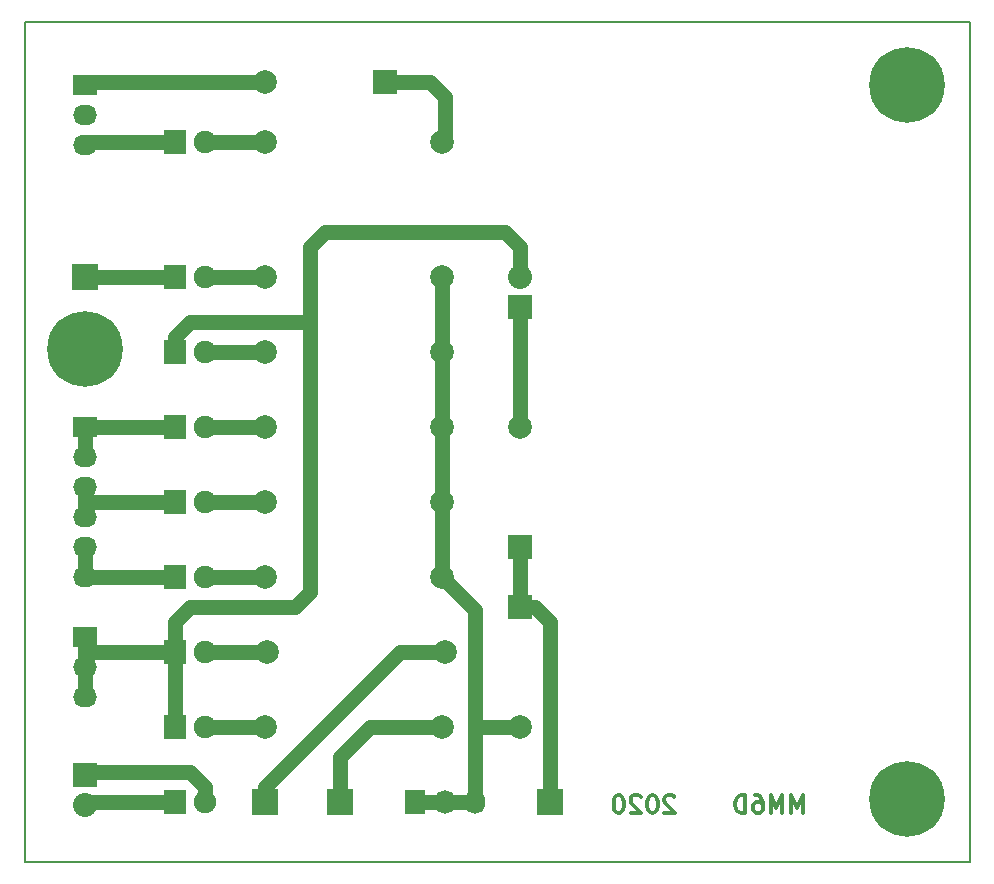
<source format=gbr>
G04 #@! TF.FileFunction,Copper,L2,Bot,Signal*
%FSLAX46Y46*%
G04 Gerber Fmt 4.6, Leading zero omitted, Abs format (unit mm)*
G04 Created by KiCad (PCBNEW 4.0.5+dfsg1-4) date Mon Oct 26 15:34:40 2020*
%MOMM*%
%LPD*%
G01*
G04 APERTURE LIST*
%ADD10C,0.100000*%
%ADD11C,0.300000*%
%ADD12C,0.150000*%
%ADD13C,6.400000*%
%ADD14R,2.032000X2.032000*%
%ADD15O,2.032000X2.032000*%
%ADD16R,1.900000X2.000000*%
%ADD17C,1.900000*%
%ADD18C,1.998980*%
%ADD19R,1.998980X1.998980*%
%ADD20R,2.235200X2.235200*%
%ADD21R,2.032000X1.727200*%
%ADD22O,2.032000X1.727200*%
%ADD23R,1.727200X2.032000*%
%ADD24O,1.727200X2.032000*%
%ADD25C,1.270000*%
G04 APERTURE END LIST*
D10*
D11*
X171032284Y-125138571D02*
X171032284Y-123638571D01*
X170532284Y-124710000D01*
X170032284Y-123638571D01*
X170032284Y-125138571D01*
X169317998Y-125138571D02*
X169317998Y-123638571D01*
X168817998Y-124710000D01*
X168317998Y-123638571D01*
X168317998Y-125138571D01*
X166960855Y-123638571D02*
X167246569Y-123638571D01*
X167389426Y-123710000D01*
X167460855Y-123781429D01*
X167603712Y-123995714D01*
X167675141Y-124281429D01*
X167675141Y-124852857D01*
X167603712Y-124995714D01*
X167532284Y-125067143D01*
X167389426Y-125138571D01*
X167103712Y-125138571D01*
X166960855Y-125067143D01*
X166889426Y-124995714D01*
X166817998Y-124852857D01*
X166817998Y-124495714D01*
X166889426Y-124352857D01*
X166960855Y-124281429D01*
X167103712Y-124210000D01*
X167389426Y-124210000D01*
X167532284Y-124281429D01*
X167603712Y-124352857D01*
X167675141Y-124495714D01*
X166175141Y-125138571D02*
X166175141Y-123638571D01*
X165817998Y-123638571D01*
X165603713Y-123710000D01*
X165460855Y-123852857D01*
X165389427Y-123995714D01*
X165317998Y-124281429D01*
X165317998Y-124495714D01*
X165389427Y-124781429D01*
X165460855Y-124924286D01*
X165603713Y-125067143D01*
X165817998Y-125138571D01*
X166175141Y-125138571D01*
X160175142Y-123781429D02*
X160103713Y-123710000D01*
X159960856Y-123638571D01*
X159603713Y-123638571D01*
X159460856Y-123710000D01*
X159389427Y-123781429D01*
X159317999Y-123924286D01*
X159317999Y-124067143D01*
X159389427Y-124281429D01*
X160246570Y-125138571D01*
X159317999Y-125138571D01*
X158389428Y-123638571D02*
X158246571Y-123638571D01*
X158103714Y-123710000D01*
X158032285Y-123781429D01*
X157960856Y-123924286D01*
X157889428Y-124210000D01*
X157889428Y-124567143D01*
X157960856Y-124852857D01*
X158032285Y-124995714D01*
X158103714Y-125067143D01*
X158246571Y-125138571D01*
X158389428Y-125138571D01*
X158532285Y-125067143D01*
X158603714Y-124995714D01*
X158675142Y-124852857D01*
X158746571Y-124567143D01*
X158746571Y-124210000D01*
X158675142Y-123924286D01*
X158603714Y-123781429D01*
X158532285Y-123710000D01*
X158389428Y-123638571D01*
X157318000Y-123781429D02*
X157246571Y-123710000D01*
X157103714Y-123638571D01*
X156746571Y-123638571D01*
X156603714Y-123710000D01*
X156532285Y-123781429D01*
X156460857Y-123924286D01*
X156460857Y-124067143D01*
X156532285Y-124281429D01*
X157389428Y-125138571D01*
X156460857Y-125138571D01*
X155532286Y-123638571D02*
X155389429Y-123638571D01*
X155246572Y-123710000D01*
X155175143Y-123781429D01*
X155103714Y-123924286D01*
X155032286Y-124210000D01*
X155032286Y-124567143D01*
X155103714Y-124852857D01*
X155175143Y-124995714D01*
X155246572Y-125067143D01*
X155389429Y-125138571D01*
X155532286Y-125138571D01*
X155675143Y-125067143D01*
X155746572Y-124995714D01*
X155818000Y-124852857D01*
X155889429Y-124567143D01*
X155889429Y-124210000D01*
X155818000Y-123924286D01*
X155746572Y-123781429D01*
X155675143Y-123710000D01*
X155532286Y-123638571D01*
D12*
X185166000Y-129286000D02*
X148336000Y-129286000D01*
X185166000Y-58166000D02*
X185166000Y-129286000D01*
X105156000Y-58166000D02*
X185166000Y-58166000D01*
X105156000Y-63246000D02*
X105156000Y-58166000D01*
X105156000Y-63246000D02*
X105156000Y-129286000D01*
X105156000Y-129286000D02*
X148336000Y-129286000D01*
X105156000Y-124206000D02*
X105156000Y-129286000D01*
D13*
X179832000Y-63500000D03*
D14*
X147066000Y-82296000D03*
D15*
X147066000Y-79756000D03*
D16*
X117856000Y-68326000D03*
D17*
X120396000Y-68326000D03*
D16*
X117856000Y-79756000D03*
D17*
X120396000Y-79756000D03*
D16*
X117856000Y-86106000D03*
D17*
X120396000Y-86106000D03*
D16*
X117856000Y-92456000D03*
D17*
X120396000Y-92456000D03*
D16*
X117856000Y-98806000D03*
D17*
X120396000Y-98806000D03*
D16*
X117856000Y-105156000D03*
D17*
X120396000Y-105156000D03*
D16*
X117856000Y-111506000D03*
D17*
X120396000Y-111506000D03*
D16*
X117856000Y-117856000D03*
D17*
X120396000Y-117856000D03*
D16*
X117856000Y-124206000D03*
D17*
X120396000Y-124206000D03*
D18*
X147068540Y-117856000D03*
D19*
X147068540Y-107696000D03*
D18*
X147063460Y-92456000D03*
D19*
X147063460Y-102616000D03*
D18*
X125476000Y-63248540D03*
D19*
X135636000Y-63248540D03*
D14*
X110236000Y-121920000D03*
D15*
X110236000Y-124460000D03*
D20*
X149606000Y-124206000D03*
X110236000Y-79756000D03*
D21*
X110236000Y-92456000D03*
D22*
X110236000Y-94996000D03*
X110236000Y-97536000D03*
X110236000Y-100076000D03*
X110236000Y-102616000D03*
X110236000Y-105156000D03*
D23*
X138176000Y-124206000D03*
D24*
X140716000Y-124206000D03*
X143256000Y-124206000D03*
D21*
X110236000Y-110236000D03*
D22*
X110236000Y-112776000D03*
X110236000Y-115316000D03*
D20*
X125476000Y-124206000D03*
X131826000Y-124206000D03*
D18*
X125476000Y-68326000D03*
X140476000Y-68326000D03*
X125476000Y-79756000D03*
X140476000Y-79756000D03*
X125476000Y-86106000D03*
X140476000Y-86106000D03*
X125476000Y-92456000D03*
X140476000Y-92456000D03*
X125476000Y-98806000D03*
X140476000Y-98806000D03*
X125476000Y-105156000D03*
X140476000Y-105156000D03*
X140716000Y-111506000D03*
X125716000Y-111506000D03*
X125476000Y-117856000D03*
X140476000Y-117856000D03*
D21*
X110236000Y-63500000D03*
D22*
X110236000Y-66040000D03*
X110236000Y-68580000D03*
D13*
X179832000Y-123952000D03*
X110236000Y-85852000D03*
D25*
X147063460Y-92456000D02*
X147063460Y-82298540D01*
X147063460Y-82298540D02*
X147066000Y-82296000D01*
X126746000Y-83566000D02*
X129286000Y-83566000D01*
X129286000Y-86106000D02*
X129286000Y-83566000D01*
X129286000Y-83566000D02*
X129286000Y-77216000D01*
X129286000Y-77216000D02*
X130556000Y-75946000D01*
X130556000Y-75946000D02*
X145796000Y-75946000D01*
X145796000Y-75946000D02*
X147066000Y-77216000D01*
X147066000Y-77216000D02*
X147066000Y-79756000D01*
X117856000Y-111506000D02*
X110236000Y-111506000D01*
X110236000Y-115316000D02*
X110236000Y-111506000D01*
X110236000Y-111506000D02*
X110236000Y-110236000D01*
X117856000Y-86106000D02*
X117856000Y-84836000D01*
X117856000Y-108966000D02*
X117856000Y-117856000D01*
X119126000Y-107696000D02*
X117856000Y-108966000D01*
X128016000Y-107696000D02*
X119126000Y-107696000D01*
X129286000Y-106426000D02*
X128016000Y-107696000D01*
X129286000Y-86106000D02*
X129286000Y-106426000D01*
X119126000Y-83566000D02*
X126746000Y-83566000D01*
X117856000Y-84836000D02*
X119126000Y-83566000D01*
X110236000Y-68326000D02*
X117856000Y-68326000D01*
X120396000Y-68326000D02*
X125476000Y-68326000D01*
X117856000Y-79756000D02*
X110236000Y-79756000D01*
X120396000Y-79756000D02*
X125476000Y-79756000D01*
X120396000Y-86106000D02*
X125476000Y-86106000D01*
X110236000Y-94996000D02*
X110236000Y-92456000D01*
X110236000Y-92456000D02*
X117856000Y-92456000D01*
X125476000Y-92456000D02*
X120396000Y-92456000D01*
X117856000Y-98806000D02*
X110236000Y-98806000D01*
X110236000Y-100076000D02*
X110236000Y-98806000D01*
X110236000Y-98806000D02*
X110236000Y-97536000D01*
X125476000Y-98806000D02*
X120396000Y-98806000D01*
X117856000Y-105156000D02*
X110236000Y-105156000D01*
X110236000Y-105156000D02*
X110236000Y-102616000D01*
X120396000Y-105156000D02*
X125476000Y-105156000D01*
X125716000Y-111506000D02*
X120396000Y-111506000D01*
X125476000Y-117856000D02*
X120396000Y-117856000D01*
X110236000Y-124206000D02*
X117856000Y-124206000D01*
X110236000Y-121666000D02*
X119126000Y-121666000D01*
X119126000Y-121666000D02*
X120396000Y-122936000D01*
X120396000Y-122936000D02*
X120396000Y-124206000D01*
X147068540Y-117856000D02*
X143256000Y-117856000D01*
X143256000Y-124206000D02*
X143256000Y-117856000D01*
X143256000Y-117856000D02*
X143256000Y-107936000D01*
X143256000Y-107936000D02*
X140476000Y-105156000D01*
X138176000Y-124206000D02*
X143256000Y-124206000D01*
X140476000Y-79756000D02*
X140476000Y-102616000D01*
X140476000Y-102616000D02*
X140476000Y-105156000D01*
X147068540Y-107696000D02*
X148336000Y-107696000D01*
X149606000Y-108966000D02*
X149606000Y-124206000D01*
X148336000Y-107696000D02*
X149606000Y-108966000D01*
X147068540Y-107696000D02*
X147068540Y-102621080D01*
X147068540Y-102621080D02*
X147063460Y-102616000D01*
X110236000Y-63246000D02*
X125473460Y-63246000D01*
X125473460Y-63246000D02*
X125476000Y-63248540D01*
X125473460Y-63246000D02*
X125476000Y-63248540D01*
X135636000Y-63248540D02*
X139443460Y-63248540D01*
X140710920Y-64516000D02*
X140710920Y-68091080D01*
X139443460Y-63248540D02*
X140710920Y-64516000D01*
X140710920Y-68091080D02*
X140476000Y-68326000D01*
X125476000Y-124206000D02*
X125476000Y-122936000D01*
X136906000Y-111506000D02*
X140716000Y-111506000D01*
X125476000Y-122936000D02*
X136906000Y-111506000D01*
X131826000Y-124206000D02*
X131826000Y-120396000D01*
X134366000Y-117856000D02*
X140476000Y-117856000D01*
X131826000Y-120396000D02*
X134366000Y-117856000D01*
M02*

</source>
